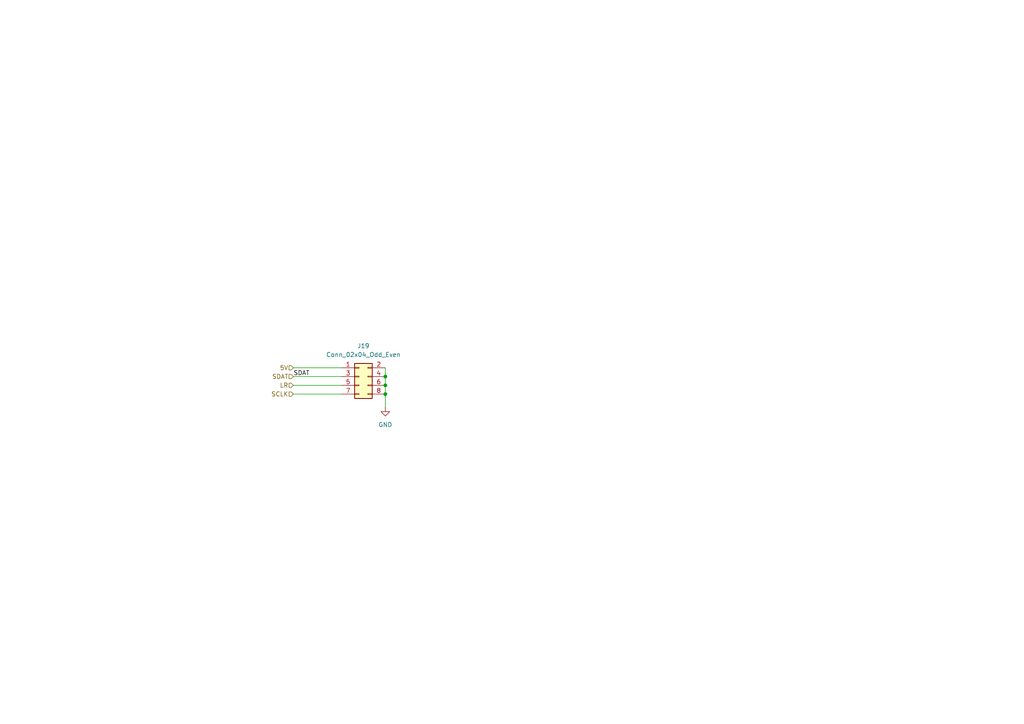
<source format=kicad_sch>
(kicad_sch (version 20231120) (generator "eeschema") (generator_version "8.0")
  (paper "A4")
  (lib_symbols
    (symbol "Connector_Generic:Conn_02x04_Odd_Even" (pin_names (offset 1.016) hide)
      (property "Reference" "J" (at 1.27 5.08 0))
      (property "Value" "Conn_02x04_Odd_Even" (at 1.27 -7.62 0))
      (symbol "Conn_02x04_Odd_Even_1_1"
        (rectangle (start -1.27 -4.953) (end 0 -5.207) (stroke (width 0.1524)))
        (rectangle (start -1.27 -2.413) (end 0 -2.667) (stroke (width 0.1524)))
        (rectangle (start -1.27 0.127) (end 0 -0.127) (stroke (width 0.1524)))
        (rectangle (start -1.27 2.667) (end 0 2.413) (stroke (width 0.1524)))
        (rectangle (start -1.27 3.81) (end 3.81 -6.35) (stroke (width 0.254)) (fill (type background)))
        (rectangle (start 3.81 -4.953) (end 2.54 -5.207) (stroke (width 0.1524)))
        (rectangle (start 3.81 -2.413) (end 2.54 -2.667) (stroke (width 0.1524)))
        (rectangle (start 3.81 0.127) (end 2.54 -0.127) (stroke (width 0.1524)))
        (rectangle (start 3.81 2.667) (end 2.54 2.413) (stroke (width 0.1524)))
        (pin passive line (at -5.08 2.54 0) (length 3.81) (name "Pin_1") (number "1"))
        (pin passive line (at 7.62 2.54 180) (length 3.81) (name "Pin_2") (number "2"))
        (pin passive line (at -5.08 0 0) (length 3.81) (name "Pin_3") (number "3"))
        (pin passive line (at 7.62 0 180) (length 3.81) (name "Pin_4") (number "4"))
        (pin passive line (at -5.08 -2.54 0) (length 3.81) (name "Pin_5") (number "5"))
        (pin passive line (at 7.62 -2.54 180) (length 3.81) (name "Pin_6") (number "6"))
        (pin passive line (at -5.08 -5.08 0) (length 3.81) (name "Pin_7") (number "7"))
        (pin passive line (at 7.62 -5.08 180) (length 3.81) (name "Pin_8") (number "8"))
      )
    )
    (symbol "power:GND" (power) (pin_numbers hide) (pin_names (offset 0) hide)
      (property "Value" "GND" (at 0 -3.81 0))
      (symbol "GND_0_1"
        (polyline (pts (xy 0 0) (xy 0 -1.27) (xy 1.27 -1.27) (xy 0 -2.54) (xy -1.27 -1.27) (xy 0 -1.27)))
      )
      (symbol "GND_1_1"
        (pin power_in line (at 0 0 270) (length 0) (name "~") (number "1"))
      )
    )
  )
  (junction (at 111.76 111.76))
  (junction (at 111.76 114.3))
  (junction (at 111.76 109.22))
  (wire (pts (xy 99.06 106.68) (xy 85.09 106.68)))
  (wire (pts (xy 111.76 106.68) (xy 111.76 109.22)))
  (wire (pts (xy 111.76 111.76) (xy 111.76 114.3)))
  (wire (pts (xy 111.76 109.22) (xy 111.76 111.76)))
  (wire (pts (xy 111.76 114.3) (xy 111.76 118.11)))
  (wire (pts (xy 99.06 114.3) (xy 85.09 114.3)))
  (wire (pts (xy 99.06 111.76) (xy 85.09 111.76)))
  (wire (pts (xy 99.06 109.22) (xy 85.09 109.22)))
  (label "SDAT" (at 85.09 109.22 0))
  (hierarchical_label "LR" (shape input) (at 85.09 111.76 180))
  (hierarchical_label "SCLK" (shape input) (at 85.09 114.3 180))
  (hierarchical_label "SDAT" (shape input) (at 85.09 109.22 180))
  (hierarchical_label "5V" (shape input) (at 85.09 106.68 180))
  (symbol (lib_id "power:GND") (at 111.76 118.11 0) (unit 1)
    (property "Reference" "#PWR049" (effects (hide yes)))
    (property "Value" "GND" (at 111.76 123.19 0))
    (property "Description" "Power symbol creates a global label with name \"GND\" , ground" (effects (hide yes)))
    (instances (project "dsp3" (path "" (reference "#PWR049") (unit 1)) (path "" (reference "#PWR024") (unit 1)) (path "" (reference "#PWR023") (unit 1))))
  )
  (symbol (lib_id "Connector_Generic:Conn_02x04_Odd_Even") (at 104.14 109.22 0) (unit 1)
    (property "Reference" "J19" (at 105.41 100.33 0))
    (property "Value" "Conn_02x04_Odd_Even" (at 105.41 102.87 0))
    (property "Footprint" "Connector_PinHeader_2.54mm:PinHeader_2x04_P2.54mm_Vertical" (effects (hide yes)))
    (property "Description" "Generic connector, double row, 02x04, odd/even pin numbering scheme (row 1 odd numbers, row 2 even numbers), script generated (kicad-library-utils/schlib/autogen/connector/)" (effects (hide yes)))
    (instances (project "dsp3" (path "" (reference "J19") (unit 1)) (path "" (reference "J10") (unit 1)) (path "" (reference "J9") (unit 1))))
  )
)
</source>
